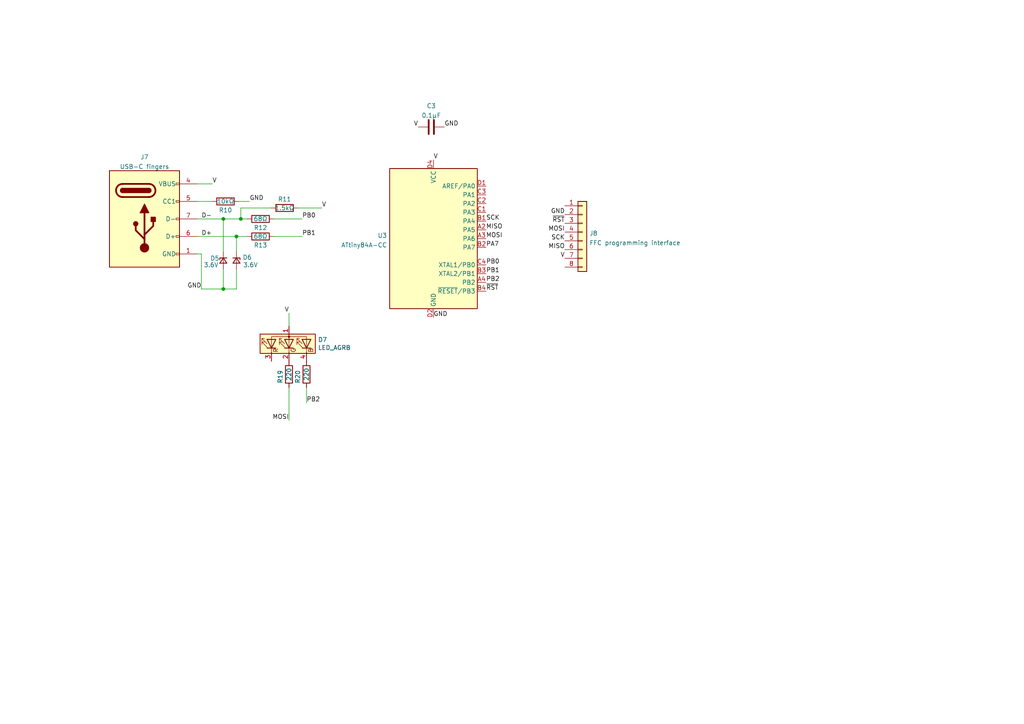
<source format=kicad_sch>
(kicad_sch (version 20211123) (generator eeschema)
  (paper "A4")
  (lib_symbols
    (symbol "Connector_Generic:Conn_01x08" (pin_names (offset 1.016) hide)
      (property "Reference" "J" (at 0 10.16 0))
      (property "Value" "Conn_01x08" (at 0 -12.7 0))
      (symbol "Conn_01x08_1_1"
        (rectangle (start -1.27 -10.033) (end 0 -10.287) (stroke (width 0.1524)))
        (rectangle (start -1.27 -7.493) (end 0 -7.747) (stroke (width 0.1524)))
        (rectangle (start -1.27 -4.953) (end 0 -5.207) (stroke (width 0.1524)))
        (rectangle (start -1.27 -2.413) (end 0 -2.667) (stroke (width 0.1524)))
        (rectangle (start -1.27 0.127) (end 0 -0.127) (stroke (width 0.1524)))
        (rectangle (start -1.27 2.667) (end 0 2.413) (stroke (width 0.1524)))
        (rectangle (start -1.27 5.207) (end 0 4.953) (stroke (width 0.1524)))
        (rectangle (start -1.27 7.747) (end 0 7.493) (stroke (width 0.1524)))
        (rectangle (start -1.27 8.89) (end 1.27 -11.43) (stroke (width 0.254)) (fill (type background)))
        (pin passive line (at -5.08 7.62 0) (length 3.81) (name "Pin_1") (number "1"))
        (pin passive line (at -5.08 5.08 0) (length 3.81) (name "Pin_2") (number "2"))
        (pin passive line (at -5.08 2.54 0) (length 3.81) (name "Pin_3") (number "3"))
        (pin passive line (at -5.08 0 0) (length 3.81) (name "Pin_4") (number "4"))
        (pin passive line (at -5.08 -2.54 0) (length 3.81) (name "Pin_5") (number "5"))
        (pin passive line (at -5.08 -5.08 0) (length 3.81) (name "Pin_6") (number "6"))
        (pin passive line (at -5.08 -7.62 0) (length 3.81) (name "Pin_7") (number "7"))
        (pin passive line (at -5.08 -10.16 0) (length 3.81) (name "Pin_8") (number "8"))
      )
    )
    (symbol "Device:C" (pin_numbers hide) (pin_names (offset 0.254))
      (property "Reference" "C" (at 0.635 2.54 0))
      (property "Value" "C" (at 0.635 -2.54 0))
      (symbol "C_0_1"
        (polyline (pts (xy -2.032 -0.762) (xy 2.032 -0.762)) (stroke (width 0.508)))
        (polyline (pts (xy -2.032 0.762) (xy 2.032 0.762)) (stroke (width 0.508)))
      )
      (symbol "C_1_1"
        (pin passive line (at 0 3.81 270) (length 2.794) (name "~") (number "1"))
        (pin passive line (at 0 -3.81 90) (length 2.794) (name "~") (number "2"))
      )
    )
    (symbol "Device:D_Zener_Small" (pin_numbers hide) (pin_names (offset 0.254) hide)
      (property "Reference" "D" (at 0 2.286 0))
      (property "Value" "D_Zener_Small" (at 0 -2.286 0))
      (symbol "D_Zener_Small_0_1"
        (polyline (pts (xy 0.762 0) (xy -0.762 0)))
        (polyline (pts (xy -0.254 1.016) (xy -0.762 1.016) (xy -0.762 -1.016)) (stroke (width 0.254)))
        (polyline (pts (xy 0.762 1.016) (xy -0.762 0) (xy 0.762 -1.016) (xy 0.762 1.016)) (stroke (width 0.254)))
      )
      (symbol "D_Zener_Small_1_1"
        (pin passive line (at -2.54 0 0) (length 1.778) (name "K") (number "1"))
        (pin passive line (at 2.54 0 180) (length 1.778) (name "A") (number "2"))
      )
    )
    (symbol "Device:LED_AGRB" (pin_names (offset 0) hide)
      (property "Reference" "D" (at 0 9.398 0))
      (property "Value" "LED_AGRB" (at 0 -8.89 0))
      (symbol "LED_AGRB_0_0"
        (text "B" (at -1.905 -6.35 0) (effects (font (size 1.27 1.27))))
        (text "G" (at -1.905 -1.27 0) (effects (font (size 1.27 1.27))))
        (text "R" (at -1.905 3.81 0) (effects (font (size 1.27 1.27))))
      )
      (symbol "LED_AGRB_0_1"
        (polyline (pts (xy -1.27 -5.08) (xy -2.54 -5.08)))
        (polyline (pts (xy -1.27 -5.08) (xy 1.27 -5.08)))
        (polyline (pts (xy -1.27 -3.81) (xy -1.27 -6.35)) (stroke (width 0.254)))
        (polyline (pts (xy -1.27 0) (xy -2.54 0)))
        (polyline (pts (xy -1.27 1.27) (xy -1.27 -1.27)) (stroke (width 0.254)))
        (polyline (pts (xy -1.27 5.08) (xy -2.54 5.08)))
        (polyline (pts (xy -1.27 5.08) (xy 1.27 5.08)))
        (polyline (pts (xy -1.27 6.35) (xy -1.27 3.81)) (stroke (width 0.254)))
        (polyline (pts (xy 1.27 0) (xy -1.27 0)))
        (polyline (pts (xy 1.27 0) (xy 2.54 0)))
        (polyline (pts (xy -1.27 1.27) (xy -1.27 -1.27) (xy -1.27 -1.27)))
        (polyline (pts (xy -1.27 6.35) (xy -1.27 3.81) (xy -1.27 3.81)))
        (polyline (pts (xy 1.27 -5.08) (xy 2.032 -5.08) (xy 2.032 5.08) (xy 1.27 5.08)))
        (polyline (pts (xy 1.27 -3.81) (xy 1.27 -6.35) (xy -1.27 -5.08) (xy 1.27 -3.81)) (stroke (width 0.254)))
        (polyline (pts (xy 1.27 1.27) (xy 1.27 -1.27) (xy -1.27 0) (xy 1.27 1.27)) (stroke (width 0.254)))
        (polyline (pts (xy 1.27 6.35) (xy 1.27 3.81) (xy -1.27 5.08) (xy 1.27 6.35)) (stroke (width 0.254)))
        (polyline (pts (xy -1.016 -3.81) (xy 0.508 -2.286) (xy -0.254 -2.286) (xy 0.508 -2.286) (xy 0.508 -3.048)))
        (polyline (pts (xy -1.016 1.27) (xy 0.508 2.794) (xy -0.254 2.794) (xy 0.508 2.794) (xy 0.508 2.032)))
        (polyline (pts (xy -1.016 6.35) (xy 0.508 7.874) (xy -0.254 7.874) (xy 0.508 7.874) (xy 0.508 7.112)))
        (polyline (pts (xy 0 -3.81) (xy 1.524 -2.286) (xy 0.762 -2.286) (xy 1.524 -2.286) (xy 1.524 -3.048)))
        (polyline (pts (xy 0 1.27) (xy 1.524 2.794) (xy 0.762 2.794) (xy 1.524 2.794) (xy 1.524 2.032)))
        (polyline (pts (xy 0 6.35) (xy 1.524 7.874) (xy 0.762 7.874) (xy 1.524 7.874) (xy 1.524 7.112)))
        (rectangle (start 1.27 -1.27) (end 1.27 1.27))
        (rectangle (start 1.27 1.27) (end 1.27 1.27))
        (rectangle (start 1.27 3.81) (end 1.27 6.35))
        (rectangle (start 1.27 6.35) (end 1.27 6.35))
        (circle (center 2.032 0) (radius 0.254) (fill (type outline)))
        (rectangle (start 2.794 8.382) (end -2.794 -7.62) (stroke (width 0.254)) (fill (type background)))
      )
      (symbol "LED_AGRB_1_1"
        (pin passive line (at 5.08 0 180) (length 2.54) (name "A") (number "1"))
        (pin passive line (at -5.08 0 0) (length 2.54) (name "GK") (number "2"))
        (pin passive line (at -5.08 5.08 0) (length 2.54) (name "RK") (number "3"))
        (pin passive line (at -5.08 -5.08 0) (length 2.54) (name "BK") (number "4"))
      )
    )
    (symbol "Device:R" (pin_numbers hide) (pin_names (offset 0))
      (property "Reference" "R" (at 2.032 0 90))
      (property "Value" "R" (at 0 0 90))
      (symbol "R_0_1"
        (rectangle (start -1.016 -2.54) (end 1.016 2.54) (stroke (width 0.254)))
      )
      (symbol "R_1_1"
        (pin passive line (at 0 3.81 270) (length 1.27) (name "~") (number "1"))
        (pin passive line (at 0 -3.81 90) (length 1.27) (name "~") (number "2"))
      )
    )
    (symbol "MCU_Microchip_ATtiny:ATtiny84A-CC"
      (property "Reference" "U" (at -12.7 21.59 0))
      (property "Value" "ATtiny84A-CC" (at 2.54 -21.59 0))
      (symbol "ATtiny84A-CC_0_1"
        (rectangle (start -12.7 -20.32) (end 12.7 20.32) (stroke (width 0.254)) (fill (type background)))
      )
      (symbol "ATtiny84A-CC_1_1"
        (pin bidirectional line (at 15.24 2.54 180) (length 2.54) (name "PA5") (number "A2"))
        (pin bidirectional line (at 15.24 0 180) (length 2.54) (name "PA6") (number "A3"))
        (pin bidirectional line (at 15.24 -12.7 180) (length 2.54) (name "PB2") (number "A4"))
        (pin bidirectional line (at 15.24 5.08 180) (length 2.54) (name "PA4") (number "B1"))
        (pin bidirectional line (at 15.24 -2.54 180) (length 2.54) (name "PA7") (number "B2"))
        (pin bidirectional line (at 15.24 -10.16 180) (length 2.54) (name "XTAL2/PB1") (number "B3"))
        (pin bidirectional line (at 15.24 -15.24 180) (length 2.54) (name "~{RESET}/PB3") (number "B4"))
        (pin bidirectional line (at 15.24 7.62 180) (length 2.54) (name "PA3") (number "C1"))
        (pin bidirectional line (at 15.24 10.16 180) (length 2.54) (name "PA2") (number "C2"))
        (pin bidirectional line (at 15.24 12.7 180) (length 2.54) (name "PA1") (number "C3"))
        (pin bidirectional line (at 15.24 -7.62 180) (length 2.54) (name "XTAL1/PB0") (number "C4"))
        (pin bidirectional line (at 15.24 15.24 180) (length 2.54) (name "AREF/PA0") (number "D1"))
        (pin power_in line (at 0 -22.86 90) (length 2.54) (name "GND") (number "D2"))
        (pin passive line (at 0 -22.86 90) (length 2.54) hide (name "GND") (number "D3"))
        (pin power_in line (at 0 22.86 270) (length 2.54) (name "VCC") (number "D4"))
      )
    )
    (symbol "USB-C_PCB_experiments:PCB_USB_C_Receptacle" (pin_names (offset 1.016))
      (property "Reference" "J" (at -10.16 16.51 0))
      (property "Value" "PCB_USB_C_Receptacle" (at 19.05 16.51 0))
      (symbol "PCB_USB_C_Receptacle_0_0"
        (rectangle (start 10.16 -10.414) (end 9.144 -9.906))
        (rectangle (start 10.16 -4.826) (end 9.144 -5.334))
        (rectangle (start 10.16 0.254) (end 9.144 -0.254))
        (rectangle (start 10.16 5.334) (end 9.144 4.826))
        (rectangle (start 10.16 10.414) (end 9.144 9.906))
      )
      (symbol "PCB_USB_C_Receptacle_0_1"
        (rectangle (start -10.16 13.97) (end 10.16 -13.97) (stroke (width 0.254)) (fill (type background)))
        (arc (start -6.35 8.89) (mid -6.985 8.255) (end -6.35 7.62) (stroke (width 0.254)))
        (arc (start -6.35 8.89) (mid -6.985 8.255) (end -6.35 7.62) (stroke (width 0.254)) (fill (type outline)))
        (arc (start -6.35 10.16) (mid -8.255 8.255) (end -6.35 6.35) (stroke (width 0.508)))
        (circle (center -2.54 -1.397) (radius 0.635) (stroke (width 0.254)) (fill (type outline)))
        (circle (center 0 -8.382) (radius 1.27) (fill (type outline)))
        (polyline (pts (xy -6.35 10.16) (xy 1.27 10.16)) (stroke (width 0.508)))
        (polyline (pts (xy 0 -8.382) (xy 0 1.778)) (stroke (width 0.508)))
        (polyline (pts (xy 1.27 6.35) (xy -6.35 6.35)) (stroke (width 0.508)))
        (polyline (pts (xy 0 -5.842) (xy -2.54 -3.302) (xy -2.54 -2.032)) (stroke (width 0.508)))
        (polyline (pts (xy 0 -4.572) (xy 2.54 -2.032) (xy 2.54 -0.762)) (stroke (width 0.508)))
        (polyline (pts (xy -1.27 1.778) (xy 0 4.318) (xy 1.27 1.778) (xy -1.27 1.778)) (stroke (width 0.254)) (fill (type outline)))
        (arc (start 1.27 6.35) (mid 3.175 8.255) (end 1.27 10.16) (stroke (width 0.508)))
        (rectangle (start 1.27 7.62) (end -6.35 8.89) (stroke (width 0.254)) (fill (type outline)))
        (arc (start 1.27 7.62) (mid 1.905 8.255) (end 1.27 8.89) (stroke (width 0.254)))
        (arc (start 1.27 7.62) (mid 1.905 8.255) (end 1.27 8.89) (stroke (width 0.254)) (fill (type outline)))
        (rectangle (start 1.905 -0.762) (end 3.175 0.508) (stroke (width 0.254)) (fill (type outline)))
      )
      (symbol "PCB_USB_C_Receptacle_1_1"
        (pin passive line (at 15.24 -10.16 180) (length 5.08) (name "GND") (number "1"))
        (pin passive line (at 15.24 -10.16 180) (length 5.08) hide (name "GND") (number "12"))
        (pin passive line (at 15.24 10.16 180) (length 5.08) (name "VBUS") (number "4"))
        (pin bidirectional line (at 15.24 5.08 180) (length 5.08) (name "CC1") (number "5"))
        (pin bidirectional line (at 15.24 -5.08 180) (length 5.08) (name "D+") (number "6"))
        (pin bidirectional line (at 15.24 0 180) (length 5.08) (name "D-") (number "7"))
        (pin passive line (at 15.24 10.16 180) (length 5.08) hide (name "VBUS") (number "9"))
      )
    )
  )
  (junction (at 64.77 63.5))
  (junction (at 64.77 83.82))
  (junction (at 68.58 68.58))
  (junction (at 69.85 63.5))
  (wire (pts (xy 78.74 60.325) (xy 69.85 60.325)))
  (wire (pts (xy 79.375 63.5) (xy 87.63 63.5)))
  (wire (pts (xy 57.15 63.5) (xy 64.77 63.5)))
  (wire (pts (xy 88.9 112.395) (xy 88.9 116.84)))
  (wire (pts (xy 79.375 68.58) (xy 87.63 68.58)))
  (wire (pts (xy 83.82 94.615) (xy 83.82 90.805)))
  (wire (pts (xy 69.85 60.325) (xy 69.85 63.5)))
  (wire (pts (xy 57.15 73.66) (xy 58.42 73.66)))
  (wire (pts (xy 68.58 73.025) (xy 68.58 68.58)))
  (wire (pts (xy 64.77 83.82) (xy 68.58 83.82)))
  (wire (pts (xy 57.15 58.42) (xy 61.595 58.42)))
  (wire (pts (xy 57.15 53.34) (xy 61.595 53.34)))
  (wire (pts (xy 64.77 73.025) (xy 64.77 63.5)))
  (wire (pts (xy 69.215 58.42) (xy 72.39 58.42)))
  (wire (pts (xy 64.77 63.5) (xy 69.85 63.5)))
  (wire (pts (xy 68.58 83.82) (xy 68.58 78.105)))
  (wire (pts (xy 83.82 112.395) (xy 83.82 121.92)))
  (wire (pts (xy 57.15 68.58) (xy 68.58 68.58)))
  (wire (pts (xy 68.58 68.58) (xy 71.755 68.58)))
  (wire (pts (xy 64.77 78.105) (xy 64.77 83.82)))
  (wire (pts (xy 58.42 83.82) (xy 64.77 83.82)))
  (wire (pts (xy 86.36 60.325) (xy 93.345 60.325)))
  (wire (pts (xy 69.85 63.5) (xy 71.755 63.5)))
  (wire (pts (xy 58.42 73.66) (xy 58.42 83.82)))
  (label "D-" (at 58.42 63.5 0))
  (label "GND" (at 128.905 36.83 0))
  (label "MISO" (at 140.97 66.675 0))
  (label "V" (at 93.345 60.325 0))
  (label "PB1" (at 140.97 79.375 0))
  (label "PB1" (at 87.63 68.58 0))
  (label "V" (at 121.285 36.83 180))
  (label "V" (at 61.595 53.34 0))
  (label "V" (at 163.83 74.93 180))
  (label "MOSI" (at 140.97 69.215 0))
  (label "D+" (at 58.42 68.58 0))
  (label "PA7" (at 140.97 71.755 0))
  (label "~{RST}" (at 140.97 84.455 0))
  (label "PB0" (at 87.63 63.5 0))
  (label "SCK" (at 140.97 64.135 0))
  (label "PB2" (at 140.97 81.915 0))
  (label "MISO" (at 163.83 72.39 180))
  (label "GND" (at 163.83 62.23 180))
  (label "PB2" (at 88.9 116.84 0))
  (label "SCK" (at 163.83 69.85 180))
  (label "GND" (at 72.39 58.42 0))
  (label "V" (at 125.73 46.355 0))
  (label "GND" (at 125.73 92.075 0))
  (label "MOSI" (at 83.82 121.92 180))
  (label "~{RST}" (at 163.83 64.77 180))
  (label "PB0" (at 140.97 76.835 0))
  (label "MOSI" (at 163.83 67.31 180))
  (label "V" (at 83.82 90.805 180))
  (label "GND" (at 58.42 83.82 180))
  (symbol (lib_id "Device:R") (at 88.9 108.585 0) (unit 1)
    (property "Reference" "R20" (at 86.36 107.315 90) (effects (justify right)))
    (property "Value" "220" (at 88.9 108.585 90))
    (property "Footprint" "Resistor_SMD:R_0201_0603Metric" (effects hide))
  )
  (symbol (lib_id "Connector_Generic:Conn_01x08") (at 168.91 67.31 0) (unit 1)
    (property "Reference" "J8" (at 170.942 67.6715 0) (effects (justify left)))
    (property "Value" "FFC programming interface" (at 170.942 70.4466 0) (effects (justify left)))
    (property "Footprint" "USB-C_PCB_experiments:FFC-08" (effects hide))
  )
  (symbol (lib_id "Device:D_Zener_Small") (at 64.77 75.565 90) (mirror x) (unit 1)
    (property "Reference" "D5" (at 60.96 74.93 90) (effects (justify right)))
    (property "Value" "3.6V" (at 59.055 76.835 90) (effects (justify right)))
    (property "Footprint" "Diode_SMD:D_0402_1005Metric" (effects hide))
  )
  (symbol (lib_id "USB-C_PCB_experiments:PCB_USB_C_Receptacle") (at 41.91 63.5 0) (unit 1)
    (property "Reference" "J7" (at 41.91 45.5635 0))
    (property "Value" "USB-C fingers" (at 41.91 48.3386 0))
    (property "Footprint" "USB-C_PCB_experiments:usb-c-one-sided" (effects hide))
  )
  (symbol (lib_id "Device:R") (at 75.565 63.5 270) (mirror x) (unit 1)
    (property "Reference" "R12" (at 75.565 66.04 90))
    (property "Value" "68Ω" (at 75.565 63.5 90))
    (property "Footprint" "Resistor_SMD:R_0402_1005Metric" (effects hide))
  )
  (symbol (lib_id "Device:D_Zener_Small") (at 68.58 75.565 270) (unit 1)
    (property "Reference" "D6" (at 70.358 74.6565 90) (effects (justify left)))
    (property "Value" "3.6V" (at 70.485 76.835 90) (effects (justify left)))
    (property "Footprint" "Diode_SMD:D_0402_1005Metric" (effects hide))
  )
  (symbol (lib_id "Device:LED_AGRB") (at 83.82 99.695 90) (unit 1)
    (property "Reference" "D7" (at 92.202 98.5266 90) (effects (justify right)))
    (property "Value" "LED_AGRB" (at 92.202 100.838 90) (effects (justify right)))
    (property "Footprint" "USB-C_PCB_experiments:LED_everlight_EASV2713RGBA1" (effects hide))
  )
  (symbol (lib_id "Device:R") (at 82.55 60.325 270) (unit 1)
    (property "Reference" "R11" (at 82.55 57.785 90))
    (property "Value" "1.5kΩ" (at 82.55 60.325 90))
    (property "Footprint" "Resistor_SMD:R_0402_1005Metric" (effects hide))
  )
  (symbol (lib_id "MCU_Microchip_ATtiny:ATtiny84A-CC") (at 125.73 69.215 0) (unit 1)
    (property "Reference" "U3" (at 112.2681 68.3065 0) (effects (justify right)))
    (property "Value" "ATtiny84A-CC" (at 112.2681 71.0816 0) (effects (justify right)))
    (property "Footprint" "Package_BGA:UFBGA-15_3.0x3.0mm_Layout4x4_P0.65mm" (effects hide))
    (property "Datasheet" "http://ww1.microchip.com/downloads/en/DeviceDoc/doc8183.pdf" (effects hide))
  )
  (symbol (lib_id "Device:R") (at 75.565 68.58 270) (mirror x) (unit 1)
    (property "Reference" "R13" (at 75.565 71.12 90))
    (property "Value" "68Ω" (at 75.565 68.58 90))
    (property "Footprint" "Resistor_SMD:R_0402_1005Metric" (effects hide))
  )
  (symbol (lib_id "Device:R") (at 83.82 108.585 0) (unit 1)
    (property "Reference" "R19" (at 81.28 107.315 90) (effects (justify right)))
    (property "Value" "220" (at 83.82 108.585 90))
    (property "Footprint" "Resistor_SMD:R_0201_0603Metric" (effects hide))
  )
  (symbol (lib_id "Device:R") (at 65.405 58.42 270) (mirror x) (unit 1)
    (property "Reference" "R10" (at 65.405 60.96 90))
    (property "Value" "10kΩ" (at 65.405 58.42 90))
    (property "Footprint" "Resistor_SMD:R_0402_1005Metric" (effects hide))
  )
  (symbol (lib_id "Device:C") (at 125.095 36.83 270) (unit 1)
    (property "Reference" "C3" (at 125.095 30.7045 90))
    (property "Value" "0.1μF" (at 125.095 33.4796 90))
    (property "Footprint" "Capacitor_SMD:C_0402_1005Metric" (effects hide))
  )
)
</source>
